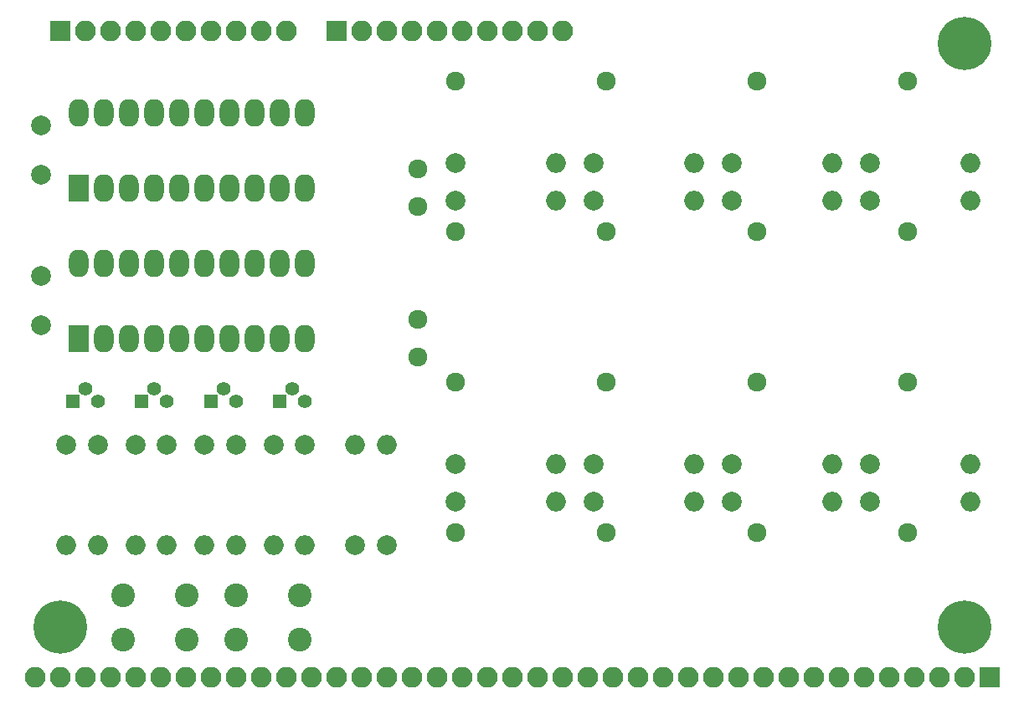
<source format=gts>
G04 #@! TF.FileFunction,Soldermask,Top*
%FSLAX46Y46*%
G04 Gerber Fmt 4.6, Leading zero omitted, Abs format (unit mm)*
G04 Created by KiCad (PCBNEW 4.0.7) date 12/23/19 17:32:06*
%MOMM*%
%LPD*%
G01*
G04 APERTURE LIST*
%ADD10C,0.100000*%
%ADD11C,2.000000*%
%ADD12O,2.000000X2.000000*%
%ADD13R,2.100000X2.100000*%
%ADD14O,2.100000X2.100000*%
%ADD15C,1.400000*%
%ADD16R,1.400000X1.400000*%
%ADD17C,2.400000*%
%ADD18R,2.000000X2.800000*%
%ADD19O,2.000000X2.800000*%
%ADD20C,5.400000*%
%ADD21C,1.924000*%
G04 APERTURE END LIST*
D10*
D11*
X128905000Y-121920000D03*
D12*
X128905000Y-132080000D03*
D11*
X102235000Y-104775000D03*
X102235000Y-109775000D03*
X102235000Y-89535000D03*
X102235000Y-94535000D03*
D13*
X104140000Y-80010000D03*
D14*
X106680000Y-80010000D03*
X109220000Y-80010000D03*
X111760000Y-80010000D03*
X114300000Y-80010000D03*
X116840000Y-80010000D03*
X119380000Y-80010000D03*
X121920000Y-80010000D03*
X124460000Y-80010000D03*
X127000000Y-80010000D03*
D13*
X132080000Y-80010000D03*
D14*
X134620000Y-80010000D03*
X137160000Y-80010000D03*
X139700000Y-80010000D03*
X142240000Y-80010000D03*
X144780000Y-80010000D03*
X147320000Y-80010000D03*
X149860000Y-80010000D03*
X152400000Y-80010000D03*
X154940000Y-80010000D03*
D13*
X198120000Y-145415000D03*
D14*
X195580000Y-145415000D03*
X193040000Y-145415000D03*
X190500000Y-145415000D03*
X187960000Y-145415000D03*
X185420000Y-145415000D03*
X182880000Y-145415000D03*
X180340000Y-145415000D03*
X177800000Y-145415000D03*
X175260000Y-145415000D03*
X172720000Y-145415000D03*
X170180000Y-145415000D03*
X167640000Y-145415000D03*
X165100000Y-145415000D03*
X162560000Y-145415000D03*
X160020000Y-145415000D03*
X157480000Y-145415000D03*
X154940000Y-145415000D03*
X152400000Y-145415000D03*
X149860000Y-145415000D03*
X147320000Y-145415000D03*
X144780000Y-145415000D03*
X142240000Y-145415000D03*
X139700000Y-145415000D03*
X137160000Y-145415000D03*
X134620000Y-145415000D03*
X132080000Y-145415000D03*
X129540000Y-145415000D03*
X127000000Y-145415000D03*
X124460000Y-145415000D03*
X121920000Y-145415000D03*
X119380000Y-145415000D03*
X116840000Y-145415000D03*
X114300000Y-145415000D03*
X111760000Y-145415000D03*
X109220000Y-145415000D03*
X106680000Y-145415000D03*
X104140000Y-145415000D03*
X101600000Y-145415000D03*
D15*
X106680000Y-116205000D03*
X107950000Y-117475000D03*
D16*
X105410000Y-117475000D03*
D15*
X113665000Y-116205000D03*
X114935000Y-117475000D03*
D16*
X112395000Y-117475000D03*
D15*
X120650000Y-116205000D03*
X121920000Y-117475000D03*
D16*
X119380000Y-117475000D03*
D15*
X127635000Y-116205000D03*
X128905000Y-117475000D03*
D16*
X126365000Y-117475000D03*
D11*
X104775000Y-121920000D03*
D12*
X104775000Y-132080000D03*
D11*
X111760000Y-121920000D03*
D12*
X111760000Y-132080000D03*
D11*
X118745000Y-121920000D03*
D12*
X118745000Y-132080000D03*
D11*
X125730000Y-121920000D03*
D12*
X125730000Y-132080000D03*
D11*
X114935000Y-121920000D03*
D12*
X114935000Y-132080000D03*
D11*
X121920000Y-121920000D03*
D12*
X121920000Y-132080000D03*
D11*
X144145000Y-93345000D03*
D12*
X154305000Y-93345000D03*
D11*
X107950000Y-121920000D03*
D12*
X107950000Y-132080000D03*
D11*
X158115000Y-93345000D03*
D12*
X168275000Y-93345000D03*
D11*
X172085000Y-93345000D03*
D12*
X182245000Y-93345000D03*
D11*
X186055000Y-93345000D03*
D12*
X196215000Y-93345000D03*
D11*
X137160000Y-132080000D03*
D12*
X137160000Y-121920000D03*
D11*
X133985000Y-132080000D03*
D12*
X133985000Y-121920000D03*
D11*
X144145000Y-97155000D03*
D12*
X154305000Y-97155000D03*
D11*
X158115000Y-97155000D03*
D12*
X168275000Y-97155000D03*
D11*
X172085000Y-97155000D03*
D12*
X182245000Y-97155000D03*
D11*
X186055000Y-97155000D03*
D12*
X196215000Y-97155000D03*
D11*
X144145000Y-123825000D03*
D12*
X154305000Y-123825000D03*
D11*
X158115000Y-123825000D03*
D12*
X168275000Y-123825000D03*
D11*
X172085000Y-123825000D03*
D12*
X182245000Y-123825000D03*
D11*
X186055000Y-123825000D03*
D12*
X196215000Y-123825000D03*
D11*
X144145000Y-127635000D03*
D12*
X154305000Y-127635000D03*
D11*
X158115000Y-127635000D03*
D12*
X168275000Y-127635000D03*
D11*
X172085000Y-127635000D03*
D12*
X182245000Y-127635000D03*
D11*
X186055000Y-127635000D03*
D12*
X196215000Y-127635000D03*
D17*
X110490000Y-141660000D03*
X110490000Y-137160000D03*
X116990000Y-141660000D03*
X116990000Y-137160000D03*
X121920000Y-141660000D03*
X121920000Y-137160000D03*
X128420000Y-141660000D03*
X128420000Y-137160000D03*
D18*
X106045000Y-95885000D03*
D19*
X128905000Y-88265000D03*
X108585000Y-95885000D03*
X126365000Y-88265000D03*
X111125000Y-95885000D03*
X123825000Y-88265000D03*
X113665000Y-95885000D03*
X121285000Y-88265000D03*
X116205000Y-95885000D03*
X118745000Y-88265000D03*
X118745000Y-95885000D03*
X116205000Y-88265000D03*
X121285000Y-95885000D03*
X113665000Y-88265000D03*
X123825000Y-95885000D03*
X111125000Y-88265000D03*
X126365000Y-95885000D03*
X108585000Y-88265000D03*
X128905000Y-95885000D03*
X106045000Y-88265000D03*
D18*
X106045000Y-111125000D03*
D19*
X128905000Y-103505000D03*
X108585000Y-111125000D03*
X126365000Y-103505000D03*
X111125000Y-111125000D03*
X123825000Y-103505000D03*
X113665000Y-111125000D03*
X121285000Y-103505000D03*
X116205000Y-111125000D03*
X118745000Y-103505000D03*
X118745000Y-111125000D03*
X116205000Y-103505000D03*
X121285000Y-111125000D03*
X113665000Y-103505000D03*
X123825000Y-111125000D03*
X111125000Y-103505000D03*
X126365000Y-111125000D03*
X108585000Y-103505000D03*
X128905000Y-111125000D03*
X106045000Y-103505000D03*
D20*
X104140000Y-140335000D03*
X195580000Y-140335000D03*
X195580000Y-81280000D03*
D21*
X144145000Y-85090000D03*
X159385000Y-85090000D03*
X174625000Y-85090000D03*
X189865000Y-85090000D03*
X144145000Y-100330000D03*
X159385000Y-100330000D03*
X174625000Y-100330000D03*
X189865000Y-100330000D03*
X144145000Y-115570000D03*
X159385000Y-115570000D03*
X174625000Y-115570000D03*
X189865000Y-115570000D03*
X144145000Y-130810000D03*
X159385000Y-130810000D03*
X174625000Y-130810000D03*
X189865000Y-130810000D03*
X140335000Y-93980000D03*
X140335000Y-97790000D03*
X140335000Y-109220000D03*
X140335000Y-113030000D03*
M02*

</source>
